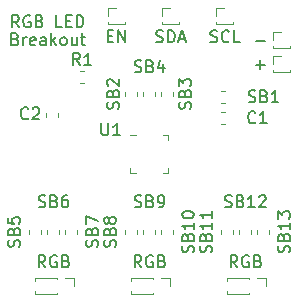
<source format=gbr>
%TF.GenerationSoftware,KiCad,Pcbnew,5.1.6+dfsg1-1~bpo10+1*%
%TF.CreationDate,2020-10-18T13:18:18-04:00*%
%TF.ProjectId,QAZ_rgb_led_breakoutboard,51415a5f-7267-4625-9f6c-65645f627265,v1.0*%
%TF.SameCoordinates,Original*%
%TF.FileFunction,Legend,Top*%
%TF.FilePolarity,Positive*%
%FSLAX46Y46*%
G04 Gerber Fmt 4.6, Leading zero omitted, Abs format (unit mm)*
G04 Created by KiCad (PCBNEW 5.1.6+dfsg1-1~bpo10+1) date 2020-10-18 13:18:18*
%MOMM*%
%LPD*%
G01*
G04 APERTURE LIST*
%ADD10C,0.150000*%
%ADD11C,0.120000*%
G04 APERTURE END LIST*
D10*
X125809714Y-74096571D02*
X125952571Y-74144190D01*
X126000190Y-74191809D01*
X126047809Y-74287047D01*
X126047809Y-74429904D01*
X126000190Y-74525142D01*
X125952571Y-74572761D01*
X125857333Y-74620380D01*
X125476380Y-74620380D01*
X125476380Y-73620380D01*
X125809714Y-73620380D01*
X125904952Y-73668000D01*
X125952571Y-73715619D01*
X126000190Y-73810857D01*
X126000190Y-73906095D01*
X125952571Y-74001333D01*
X125904952Y-74048952D01*
X125809714Y-74096571D01*
X125476380Y-74096571D01*
X126476380Y-74620380D02*
X126476380Y-73953714D01*
X126476380Y-74144190D02*
X126524000Y-74048952D01*
X126571619Y-74001333D01*
X126666857Y-73953714D01*
X126762095Y-73953714D01*
X127476380Y-74572761D02*
X127381142Y-74620380D01*
X127190666Y-74620380D01*
X127095428Y-74572761D01*
X127047809Y-74477523D01*
X127047809Y-74096571D01*
X127095428Y-74001333D01*
X127190666Y-73953714D01*
X127381142Y-73953714D01*
X127476380Y-74001333D01*
X127524000Y-74096571D01*
X127524000Y-74191809D01*
X127047809Y-74287047D01*
X128381142Y-74620380D02*
X128381142Y-74096571D01*
X128333523Y-74001333D01*
X128238285Y-73953714D01*
X128047809Y-73953714D01*
X127952571Y-74001333D01*
X128381142Y-74572761D02*
X128285904Y-74620380D01*
X128047809Y-74620380D01*
X127952571Y-74572761D01*
X127904952Y-74477523D01*
X127904952Y-74382285D01*
X127952571Y-74287047D01*
X128047809Y-74239428D01*
X128285904Y-74239428D01*
X128381142Y-74191809D01*
X128857333Y-74620380D02*
X128857333Y-73620380D01*
X128952571Y-74239428D02*
X129238285Y-74620380D01*
X129238285Y-73953714D02*
X128857333Y-74334666D01*
X129809714Y-74620380D02*
X129714476Y-74572761D01*
X129666857Y-74525142D01*
X129619238Y-74429904D01*
X129619238Y-74144190D01*
X129666857Y-74048952D01*
X129714476Y-74001333D01*
X129809714Y-73953714D01*
X129952571Y-73953714D01*
X130047809Y-74001333D01*
X130095428Y-74048952D01*
X130143047Y-74144190D01*
X130143047Y-74429904D01*
X130095428Y-74525142D01*
X130047809Y-74572761D01*
X129952571Y-74620380D01*
X129809714Y-74620380D01*
X131000190Y-73953714D02*
X131000190Y-74620380D01*
X130571619Y-73953714D02*
X130571619Y-74477523D01*
X130619238Y-74572761D01*
X130714476Y-74620380D01*
X130857333Y-74620380D01*
X130952571Y-74572761D01*
X131000190Y-74525142D01*
X131333523Y-73953714D02*
X131714476Y-73953714D01*
X131476380Y-73620380D02*
X131476380Y-74477523D01*
X131524000Y-74572761D01*
X131619238Y-74620380D01*
X131714476Y-74620380D01*
X126095428Y-73096380D02*
X125762095Y-72620190D01*
X125524000Y-73096380D02*
X125524000Y-72096380D01*
X125904952Y-72096380D01*
X126000190Y-72144000D01*
X126047809Y-72191619D01*
X126095428Y-72286857D01*
X126095428Y-72429714D01*
X126047809Y-72524952D01*
X126000190Y-72572571D01*
X125904952Y-72620190D01*
X125524000Y-72620190D01*
X127047809Y-72144000D02*
X126952571Y-72096380D01*
X126809714Y-72096380D01*
X126666857Y-72144000D01*
X126571619Y-72239238D01*
X126524000Y-72334476D01*
X126476380Y-72524952D01*
X126476380Y-72667809D01*
X126524000Y-72858285D01*
X126571619Y-72953523D01*
X126666857Y-73048761D01*
X126809714Y-73096380D01*
X126904952Y-73096380D01*
X127047809Y-73048761D01*
X127095428Y-73001142D01*
X127095428Y-72667809D01*
X126904952Y-72667809D01*
X127857333Y-72572571D02*
X128000190Y-72620190D01*
X128047809Y-72667809D01*
X128095428Y-72763047D01*
X128095428Y-72905904D01*
X128047809Y-73001142D01*
X128000190Y-73048761D01*
X127904952Y-73096380D01*
X127524000Y-73096380D01*
X127524000Y-72096380D01*
X127857333Y-72096380D01*
X127952571Y-72144000D01*
X128000190Y-72191619D01*
X128047809Y-72286857D01*
X128047809Y-72382095D01*
X128000190Y-72477333D01*
X127952571Y-72524952D01*
X127857333Y-72572571D01*
X127524000Y-72572571D01*
X129762095Y-73096380D02*
X129285904Y-73096380D01*
X129285904Y-72096380D01*
X130095428Y-72572571D02*
X130428761Y-72572571D01*
X130571619Y-73096380D02*
X130095428Y-73096380D01*
X130095428Y-72096380D01*
X130571619Y-72096380D01*
X131000190Y-73096380D02*
X131000190Y-72096380D01*
X131238285Y-72096380D01*
X131381142Y-72144000D01*
X131476380Y-72239238D01*
X131524000Y-72334476D01*
X131571619Y-72524952D01*
X131571619Y-72667809D01*
X131524000Y-72858285D01*
X131476380Y-72953523D01*
X131381142Y-73048761D01*
X131238285Y-73096380D01*
X131000190Y-73096380D01*
X146177047Y-74239428D02*
X146938952Y-74239428D01*
X133627904Y-73842571D02*
X133961238Y-73842571D01*
X134104095Y-74366380D02*
X133627904Y-74366380D01*
X133627904Y-73366380D01*
X134104095Y-73366380D01*
X134532666Y-74366380D02*
X134532666Y-73366380D01*
X135104095Y-74366380D01*
X135104095Y-73366380D01*
X137723714Y-74318761D02*
X137866571Y-74366380D01*
X138104666Y-74366380D01*
X138199904Y-74318761D01*
X138247523Y-74271142D01*
X138295142Y-74175904D01*
X138295142Y-74080666D01*
X138247523Y-73985428D01*
X138199904Y-73937809D01*
X138104666Y-73890190D01*
X137914190Y-73842571D01*
X137818952Y-73794952D01*
X137771333Y-73747333D01*
X137723714Y-73652095D01*
X137723714Y-73556857D01*
X137771333Y-73461619D01*
X137818952Y-73414000D01*
X137914190Y-73366380D01*
X138152285Y-73366380D01*
X138295142Y-73414000D01*
X138723714Y-74366380D02*
X138723714Y-73366380D01*
X138961809Y-73366380D01*
X139104666Y-73414000D01*
X139199904Y-73509238D01*
X139247523Y-73604476D01*
X139295142Y-73794952D01*
X139295142Y-73937809D01*
X139247523Y-74128285D01*
X139199904Y-74223523D01*
X139104666Y-74318761D01*
X138961809Y-74366380D01*
X138723714Y-74366380D01*
X139676095Y-74080666D02*
X140152285Y-74080666D01*
X139580857Y-74366380D02*
X139914190Y-73366380D01*
X140247523Y-74366380D01*
X142319523Y-74318761D02*
X142462380Y-74366380D01*
X142700476Y-74366380D01*
X142795714Y-74318761D01*
X142843333Y-74271142D01*
X142890952Y-74175904D01*
X142890952Y-74080666D01*
X142843333Y-73985428D01*
X142795714Y-73937809D01*
X142700476Y-73890190D01*
X142510000Y-73842571D01*
X142414761Y-73794952D01*
X142367142Y-73747333D01*
X142319523Y-73652095D01*
X142319523Y-73556857D01*
X142367142Y-73461619D01*
X142414761Y-73414000D01*
X142510000Y-73366380D01*
X142748095Y-73366380D01*
X142890952Y-73414000D01*
X143890952Y-74271142D02*
X143843333Y-74318761D01*
X143700476Y-74366380D01*
X143605238Y-74366380D01*
X143462380Y-74318761D01*
X143367142Y-74223523D01*
X143319523Y-74128285D01*
X143271904Y-73937809D01*
X143271904Y-73794952D01*
X143319523Y-73604476D01*
X143367142Y-73509238D01*
X143462380Y-73414000D01*
X143605238Y-73366380D01*
X143700476Y-73366380D01*
X143843333Y-73414000D01*
X143890952Y-73461619D01*
X144795714Y-74366380D02*
X144319523Y-74366380D01*
X144319523Y-73366380D01*
X146177047Y-76271428D02*
X146938952Y-76271428D01*
X146558000Y-76652380D02*
X146558000Y-75890476D01*
X128341523Y-93416380D02*
X128008190Y-92940190D01*
X127770095Y-93416380D02*
X127770095Y-92416380D01*
X128151047Y-92416380D01*
X128246285Y-92464000D01*
X128293904Y-92511619D01*
X128341523Y-92606857D01*
X128341523Y-92749714D01*
X128293904Y-92844952D01*
X128246285Y-92892571D01*
X128151047Y-92940190D01*
X127770095Y-92940190D01*
X129293904Y-92464000D02*
X129198666Y-92416380D01*
X129055809Y-92416380D01*
X128912952Y-92464000D01*
X128817714Y-92559238D01*
X128770095Y-92654476D01*
X128722476Y-92844952D01*
X128722476Y-92987809D01*
X128770095Y-93178285D01*
X128817714Y-93273523D01*
X128912952Y-93368761D01*
X129055809Y-93416380D01*
X129151047Y-93416380D01*
X129293904Y-93368761D01*
X129341523Y-93321142D01*
X129341523Y-92987809D01*
X129151047Y-92987809D01*
X130103428Y-92892571D02*
X130246285Y-92940190D01*
X130293904Y-92987809D01*
X130341523Y-93083047D01*
X130341523Y-93225904D01*
X130293904Y-93321142D01*
X130246285Y-93368761D01*
X130151047Y-93416380D01*
X129770095Y-93416380D01*
X129770095Y-92416380D01*
X130103428Y-92416380D01*
X130198666Y-92464000D01*
X130246285Y-92511619D01*
X130293904Y-92606857D01*
X130293904Y-92702095D01*
X130246285Y-92797333D01*
X130198666Y-92844952D01*
X130103428Y-92892571D01*
X129770095Y-92892571D01*
X136469523Y-93416380D02*
X136136190Y-92940190D01*
X135898095Y-93416380D02*
X135898095Y-92416380D01*
X136279047Y-92416380D01*
X136374285Y-92464000D01*
X136421904Y-92511619D01*
X136469523Y-92606857D01*
X136469523Y-92749714D01*
X136421904Y-92844952D01*
X136374285Y-92892571D01*
X136279047Y-92940190D01*
X135898095Y-92940190D01*
X137421904Y-92464000D02*
X137326666Y-92416380D01*
X137183809Y-92416380D01*
X137040952Y-92464000D01*
X136945714Y-92559238D01*
X136898095Y-92654476D01*
X136850476Y-92844952D01*
X136850476Y-92987809D01*
X136898095Y-93178285D01*
X136945714Y-93273523D01*
X137040952Y-93368761D01*
X137183809Y-93416380D01*
X137279047Y-93416380D01*
X137421904Y-93368761D01*
X137469523Y-93321142D01*
X137469523Y-92987809D01*
X137279047Y-92987809D01*
X138231428Y-92892571D02*
X138374285Y-92940190D01*
X138421904Y-92987809D01*
X138469523Y-93083047D01*
X138469523Y-93225904D01*
X138421904Y-93321142D01*
X138374285Y-93368761D01*
X138279047Y-93416380D01*
X137898095Y-93416380D01*
X137898095Y-92416380D01*
X138231428Y-92416380D01*
X138326666Y-92464000D01*
X138374285Y-92511619D01*
X138421904Y-92606857D01*
X138421904Y-92702095D01*
X138374285Y-92797333D01*
X138326666Y-92844952D01*
X138231428Y-92892571D01*
X137898095Y-92892571D01*
X144597523Y-93416380D02*
X144264190Y-92940190D01*
X144026095Y-93416380D02*
X144026095Y-92416380D01*
X144407047Y-92416380D01*
X144502285Y-92464000D01*
X144549904Y-92511619D01*
X144597523Y-92606857D01*
X144597523Y-92749714D01*
X144549904Y-92844952D01*
X144502285Y-92892571D01*
X144407047Y-92940190D01*
X144026095Y-92940190D01*
X145549904Y-92464000D02*
X145454666Y-92416380D01*
X145311809Y-92416380D01*
X145168952Y-92464000D01*
X145073714Y-92559238D01*
X145026095Y-92654476D01*
X144978476Y-92844952D01*
X144978476Y-92987809D01*
X145026095Y-93178285D01*
X145073714Y-93273523D01*
X145168952Y-93368761D01*
X145311809Y-93416380D01*
X145407047Y-93416380D01*
X145549904Y-93368761D01*
X145597523Y-93321142D01*
X145597523Y-92987809D01*
X145407047Y-92987809D01*
X146359428Y-92892571D02*
X146502285Y-92940190D01*
X146549904Y-92987809D01*
X146597523Y-93083047D01*
X146597523Y-93225904D01*
X146549904Y-93321142D01*
X146502285Y-93368761D01*
X146407047Y-93416380D01*
X146026095Y-93416380D01*
X146026095Y-92416380D01*
X146359428Y-92416380D01*
X146454666Y-92464000D01*
X146502285Y-92511619D01*
X146549904Y-92606857D01*
X146549904Y-92702095D01*
X146502285Y-92797333D01*
X146454666Y-92844952D01*
X146359428Y-92892571D01*
X146026095Y-92892571D01*
D11*
%TO.C,SB13*%
X147322000Y-90252733D02*
X147322000Y-90595267D01*
X146302000Y-90252733D02*
X146302000Y-90595267D01*
%TO.C,SB12*%
X145798000Y-90252733D02*
X145798000Y-90595267D01*
X144778000Y-90252733D02*
X144778000Y-90595267D01*
%TO.C,SB11*%
X144274000Y-90252733D02*
X144274000Y-90595267D01*
X143254000Y-90252733D02*
X143254000Y-90595267D01*
%TO.C,SB10*%
X139194000Y-90252733D02*
X139194000Y-90595267D01*
X138174000Y-90252733D02*
X138174000Y-90595267D01*
%TO.C,SB9*%
X136650000Y-90252733D02*
X136650000Y-90595267D01*
X137670000Y-90252733D02*
X137670000Y-90595267D01*
%TO.C,SB8*%
X136146000Y-90252733D02*
X136146000Y-90595267D01*
X135126000Y-90252733D02*
X135126000Y-90595267D01*
%TO.C,SB7*%
X131066000Y-90252733D02*
X131066000Y-90595267D01*
X130046000Y-90252733D02*
X130046000Y-90595267D01*
%TO.C,SB6*%
X129542000Y-90252733D02*
X129542000Y-90595267D01*
X128522000Y-90252733D02*
X128522000Y-90595267D01*
%TO.C,SB5*%
X128018000Y-90252733D02*
X128018000Y-90595267D01*
X126998000Y-90252733D02*
X126998000Y-90595267D01*
%TO.C,J8*%
X143744000Y-94301000D02*
X143744000Y-94601507D01*
X143744000Y-95390493D02*
X143744000Y-95691000D01*
X145619000Y-94301000D02*
X143744000Y-94301000D01*
X145619000Y-95691000D02*
X143744000Y-95691000D01*
X145619000Y-94301000D02*
X145619000Y-94387724D01*
X145619000Y-95604276D02*
X145619000Y-95691000D01*
X146304000Y-94301000D02*
X146989000Y-94301000D01*
X146989000Y-94301000D02*
X146989000Y-94996000D01*
%TO.C,J7*%
X135616000Y-94301000D02*
X135616000Y-94601507D01*
X135616000Y-95390493D02*
X135616000Y-95691000D01*
X137491000Y-94301000D02*
X135616000Y-94301000D01*
X137491000Y-95691000D02*
X135616000Y-95691000D01*
X137491000Y-94301000D02*
X137491000Y-94387724D01*
X137491000Y-95604276D02*
X137491000Y-95691000D01*
X138176000Y-94301000D02*
X138861000Y-94301000D01*
X138861000Y-94301000D02*
X138861000Y-94996000D01*
%TO.C,J6*%
X127488000Y-94301000D02*
X127488000Y-94601507D01*
X127488000Y-95390493D02*
X127488000Y-95691000D01*
X129363000Y-94301000D02*
X127488000Y-94301000D01*
X129363000Y-95691000D02*
X127488000Y-95691000D01*
X129363000Y-94301000D02*
X129363000Y-94387724D01*
X129363000Y-95604276D02*
X129363000Y-95691000D01*
X130048000Y-94301000D02*
X130733000Y-94301000D01*
X130733000Y-94301000D02*
X130733000Y-94996000D01*
%TO.C,C1*%
X143211733Y-80252000D02*
X143554267Y-80252000D01*
X143211733Y-81272000D02*
X143554267Y-81272000D01*
%TO.C,C2*%
X129415000Y-80689267D02*
X129415000Y-80346733D01*
X128395000Y-80689267D02*
X128395000Y-80346733D01*
%TO.C,J1*%
X147641000Y-75515000D02*
X148336000Y-75515000D01*
X147641000Y-76200000D02*
X147641000Y-75515000D01*
X148944276Y-76885000D02*
X149031000Y-76885000D01*
X147641000Y-76885000D02*
X147727724Y-76885000D01*
X149031000Y-76885000D02*
X149031000Y-76760000D01*
X147641000Y-76885000D02*
X147641000Y-76760000D01*
X147641000Y-76885000D02*
X149031000Y-76885000D01*
%TO.C,J2*%
X133671000Y-71451000D02*
X134366000Y-71451000D01*
X133671000Y-72136000D02*
X133671000Y-71451000D01*
X134974276Y-72821000D02*
X135061000Y-72821000D01*
X133671000Y-72821000D02*
X133757724Y-72821000D01*
X135061000Y-72821000D02*
X135061000Y-72696000D01*
X133671000Y-72821000D02*
X133671000Y-72696000D01*
X133671000Y-72821000D02*
X135061000Y-72821000D01*
%TO.C,J3*%
X138243000Y-71451000D02*
X138938000Y-71451000D01*
X138243000Y-72136000D02*
X138243000Y-71451000D01*
X139546276Y-72821000D02*
X139633000Y-72821000D01*
X138243000Y-72821000D02*
X138329724Y-72821000D01*
X139633000Y-72821000D02*
X139633000Y-72696000D01*
X138243000Y-72821000D02*
X138243000Y-72696000D01*
X138243000Y-72821000D02*
X139633000Y-72821000D01*
%TO.C,J4*%
X142815000Y-72821000D02*
X144205000Y-72821000D01*
X142815000Y-72821000D02*
X142815000Y-72696000D01*
X144205000Y-72821000D02*
X144205000Y-72696000D01*
X142815000Y-72821000D02*
X142901724Y-72821000D01*
X144118276Y-72821000D02*
X144205000Y-72821000D01*
X142815000Y-72136000D02*
X142815000Y-71451000D01*
X142815000Y-71451000D02*
X143510000Y-71451000D01*
%TO.C,J5*%
X147641000Y-74853000D02*
X149031000Y-74853000D01*
X147641000Y-74853000D02*
X147641000Y-74728000D01*
X149031000Y-74853000D02*
X149031000Y-74728000D01*
X147641000Y-74853000D02*
X147727724Y-74853000D01*
X148944276Y-74853000D02*
X149031000Y-74853000D01*
X147641000Y-74168000D02*
X147641000Y-73483000D01*
X147641000Y-73483000D02*
X148336000Y-73483000D01*
%TO.C,R1*%
X131616267Y-76833000D02*
X131273733Y-76833000D01*
X131616267Y-77853000D02*
X131273733Y-77853000D01*
%TO.C,SB1*%
X143549267Y-79504000D02*
X143206733Y-79504000D01*
X143549267Y-78484000D02*
X143206733Y-78484000D01*
%TO.C,SB2*%
X135126000Y-78568733D02*
X135126000Y-78911267D01*
X136146000Y-78568733D02*
X136146000Y-78911267D01*
%TO.C,SB3*%
X139194000Y-78568733D02*
X139194000Y-78911267D01*
X138174000Y-78568733D02*
X138174000Y-78911267D01*
%TO.C,SB4*%
X136650000Y-78568733D02*
X136650000Y-78911267D01*
X137670000Y-78568733D02*
X137670000Y-78911267D01*
%TO.C,U1*%
X138320000Y-85430000D02*
X138770000Y-85430000D01*
X136000000Y-85430000D02*
X135550000Y-85430000D01*
X138770000Y-82210000D02*
X138770000Y-82660000D01*
X136000000Y-82210000D02*
X135550000Y-82210000D01*
X138770000Y-85430000D02*
X138770000Y-84980000D01*
X135550000Y-85430000D02*
X135550000Y-84980000D01*
X138320000Y-82210000D02*
X138770000Y-82210000D01*
%TO.C,SB13*%
D10*
X148994761Y-92162095D02*
X149042380Y-92019238D01*
X149042380Y-91781142D01*
X148994761Y-91685904D01*
X148947142Y-91638285D01*
X148851904Y-91590666D01*
X148756666Y-91590666D01*
X148661428Y-91638285D01*
X148613809Y-91685904D01*
X148566190Y-91781142D01*
X148518571Y-91971619D01*
X148470952Y-92066857D01*
X148423333Y-92114476D01*
X148328095Y-92162095D01*
X148232857Y-92162095D01*
X148137619Y-92114476D01*
X148090000Y-92066857D01*
X148042380Y-91971619D01*
X148042380Y-91733523D01*
X148090000Y-91590666D01*
X148518571Y-90828761D02*
X148566190Y-90685904D01*
X148613809Y-90638285D01*
X148709047Y-90590666D01*
X148851904Y-90590666D01*
X148947142Y-90638285D01*
X148994761Y-90685904D01*
X149042380Y-90781142D01*
X149042380Y-91162095D01*
X148042380Y-91162095D01*
X148042380Y-90828761D01*
X148090000Y-90733523D01*
X148137619Y-90685904D01*
X148232857Y-90638285D01*
X148328095Y-90638285D01*
X148423333Y-90685904D01*
X148470952Y-90733523D01*
X148518571Y-90828761D01*
X148518571Y-91162095D01*
X149042380Y-89638285D02*
X149042380Y-90209714D01*
X149042380Y-89924000D02*
X148042380Y-89924000D01*
X148185238Y-90019238D01*
X148280476Y-90114476D01*
X148328095Y-90209714D01*
X148042380Y-89304952D02*
X148042380Y-88685904D01*
X148423333Y-89019238D01*
X148423333Y-88876380D01*
X148470952Y-88781142D01*
X148518571Y-88733523D01*
X148613809Y-88685904D01*
X148851904Y-88685904D01*
X148947142Y-88733523D01*
X148994761Y-88781142D01*
X149042380Y-88876380D01*
X149042380Y-89162095D01*
X148994761Y-89257333D01*
X148947142Y-89304952D01*
%TO.C,SB12*%
X143549904Y-88288761D02*
X143692761Y-88336380D01*
X143930857Y-88336380D01*
X144026095Y-88288761D01*
X144073714Y-88241142D01*
X144121333Y-88145904D01*
X144121333Y-88050666D01*
X144073714Y-87955428D01*
X144026095Y-87907809D01*
X143930857Y-87860190D01*
X143740380Y-87812571D01*
X143645142Y-87764952D01*
X143597523Y-87717333D01*
X143549904Y-87622095D01*
X143549904Y-87526857D01*
X143597523Y-87431619D01*
X143645142Y-87384000D01*
X143740380Y-87336380D01*
X143978476Y-87336380D01*
X144121333Y-87384000D01*
X144883238Y-87812571D02*
X145026095Y-87860190D01*
X145073714Y-87907809D01*
X145121333Y-88003047D01*
X145121333Y-88145904D01*
X145073714Y-88241142D01*
X145026095Y-88288761D01*
X144930857Y-88336380D01*
X144549904Y-88336380D01*
X144549904Y-87336380D01*
X144883238Y-87336380D01*
X144978476Y-87384000D01*
X145026095Y-87431619D01*
X145073714Y-87526857D01*
X145073714Y-87622095D01*
X145026095Y-87717333D01*
X144978476Y-87764952D01*
X144883238Y-87812571D01*
X144549904Y-87812571D01*
X146073714Y-88336380D02*
X145502285Y-88336380D01*
X145788000Y-88336380D02*
X145788000Y-87336380D01*
X145692761Y-87479238D01*
X145597523Y-87574476D01*
X145502285Y-87622095D01*
X146454666Y-87431619D02*
X146502285Y-87384000D01*
X146597523Y-87336380D01*
X146835619Y-87336380D01*
X146930857Y-87384000D01*
X146978476Y-87431619D01*
X147026095Y-87526857D01*
X147026095Y-87622095D01*
X146978476Y-87764952D01*
X146407047Y-88336380D01*
X147026095Y-88336380D01*
%TO.C,SB11*%
X142390761Y-92162095D02*
X142438380Y-92019238D01*
X142438380Y-91781142D01*
X142390761Y-91685904D01*
X142343142Y-91638285D01*
X142247904Y-91590666D01*
X142152666Y-91590666D01*
X142057428Y-91638285D01*
X142009809Y-91685904D01*
X141962190Y-91781142D01*
X141914571Y-91971619D01*
X141866952Y-92066857D01*
X141819333Y-92114476D01*
X141724095Y-92162095D01*
X141628857Y-92162095D01*
X141533619Y-92114476D01*
X141486000Y-92066857D01*
X141438380Y-91971619D01*
X141438380Y-91733523D01*
X141486000Y-91590666D01*
X141914571Y-90828761D02*
X141962190Y-90685904D01*
X142009809Y-90638285D01*
X142105047Y-90590666D01*
X142247904Y-90590666D01*
X142343142Y-90638285D01*
X142390761Y-90685904D01*
X142438380Y-90781142D01*
X142438380Y-91162095D01*
X141438380Y-91162095D01*
X141438380Y-90828761D01*
X141486000Y-90733523D01*
X141533619Y-90685904D01*
X141628857Y-90638285D01*
X141724095Y-90638285D01*
X141819333Y-90685904D01*
X141866952Y-90733523D01*
X141914571Y-90828761D01*
X141914571Y-91162095D01*
X142438380Y-89638285D02*
X142438380Y-90209714D01*
X142438380Y-89924000D02*
X141438380Y-89924000D01*
X141581238Y-90019238D01*
X141676476Y-90114476D01*
X141724095Y-90209714D01*
X142438380Y-88685904D02*
X142438380Y-89257333D01*
X142438380Y-88971619D02*
X141438380Y-88971619D01*
X141581238Y-89066857D01*
X141676476Y-89162095D01*
X141724095Y-89257333D01*
%TO.C,SB10*%
X140866761Y-92162095D02*
X140914380Y-92019238D01*
X140914380Y-91781142D01*
X140866761Y-91685904D01*
X140819142Y-91638285D01*
X140723904Y-91590666D01*
X140628666Y-91590666D01*
X140533428Y-91638285D01*
X140485809Y-91685904D01*
X140438190Y-91781142D01*
X140390571Y-91971619D01*
X140342952Y-92066857D01*
X140295333Y-92114476D01*
X140200095Y-92162095D01*
X140104857Y-92162095D01*
X140009619Y-92114476D01*
X139962000Y-92066857D01*
X139914380Y-91971619D01*
X139914380Y-91733523D01*
X139962000Y-91590666D01*
X140390571Y-90828761D02*
X140438190Y-90685904D01*
X140485809Y-90638285D01*
X140581047Y-90590666D01*
X140723904Y-90590666D01*
X140819142Y-90638285D01*
X140866761Y-90685904D01*
X140914380Y-90781142D01*
X140914380Y-91162095D01*
X139914380Y-91162095D01*
X139914380Y-90828761D01*
X139962000Y-90733523D01*
X140009619Y-90685904D01*
X140104857Y-90638285D01*
X140200095Y-90638285D01*
X140295333Y-90685904D01*
X140342952Y-90733523D01*
X140390571Y-90828761D01*
X140390571Y-91162095D01*
X140914380Y-89638285D02*
X140914380Y-90209714D01*
X140914380Y-89924000D02*
X139914380Y-89924000D01*
X140057238Y-90019238D01*
X140152476Y-90114476D01*
X140200095Y-90209714D01*
X139914380Y-89019238D02*
X139914380Y-88924000D01*
X139962000Y-88828761D01*
X140009619Y-88781142D01*
X140104857Y-88733523D01*
X140295333Y-88685904D01*
X140533428Y-88685904D01*
X140723904Y-88733523D01*
X140819142Y-88781142D01*
X140866761Y-88828761D01*
X140914380Y-88924000D01*
X140914380Y-89019238D01*
X140866761Y-89114476D01*
X140819142Y-89162095D01*
X140723904Y-89209714D01*
X140533428Y-89257333D01*
X140295333Y-89257333D01*
X140104857Y-89209714D01*
X140009619Y-89162095D01*
X139962000Y-89114476D01*
X139914380Y-89019238D01*
%TO.C,SB9*%
X135898095Y-88288761D02*
X136040952Y-88336380D01*
X136279047Y-88336380D01*
X136374285Y-88288761D01*
X136421904Y-88241142D01*
X136469523Y-88145904D01*
X136469523Y-88050666D01*
X136421904Y-87955428D01*
X136374285Y-87907809D01*
X136279047Y-87860190D01*
X136088571Y-87812571D01*
X135993333Y-87764952D01*
X135945714Y-87717333D01*
X135898095Y-87622095D01*
X135898095Y-87526857D01*
X135945714Y-87431619D01*
X135993333Y-87384000D01*
X136088571Y-87336380D01*
X136326666Y-87336380D01*
X136469523Y-87384000D01*
X137231428Y-87812571D02*
X137374285Y-87860190D01*
X137421904Y-87907809D01*
X137469523Y-88003047D01*
X137469523Y-88145904D01*
X137421904Y-88241142D01*
X137374285Y-88288761D01*
X137279047Y-88336380D01*
X136898095Y-88336380D01*
X136898095Y-87336380D01*
X137231428Y-87336380D01*
X137326666Y-87384000D01*
X137374285Y-87431619D01*
X137421904Y-87526857D01*
X137421904Y-87622095D01*
X137374285Y-87717333D01*
X137326666Y-87764952D01*
X137231428Y-87812571D01*
X136898095Y-87812571D01*
X137945714Y-88336380D02*
X138136190Y-88336380D01*
X138231428Y-88288761D01*
X138279047Y-88241142D01*
X138374285Y-88098285D01*
X138421904Y-87907809D01*
X138421904Y-87526857D01*
X138374285Y-87431619D01*
X138326666Y-87384000D01*
X138231428Y-87336380D01*
X138040952Y-87336380D01*
X137945714Y-87384000D01*
X137898095Y-87431619D01*
X137850476Y-87526857D01*
X137850476Y-87764952D01*
X137898095Y-87860190D01*
X137945714Y-87907809D01*
X138040952Y-87955428D01*
X138231428Y-87955428D01*
X138326666Y-87907809D01*
X138374285Y-87860190D01*
X138421904Y-87764952D01*
%TO.C,SB8*%
X134262761Y-91685904D02*
X134310380Y-91543047D01*
X134310380Y-91304952D01*
X134262761Y-91209714D01*
X134215142Y-91162095D01*
X134119904Y-91114476D01*
X134024666Y-91114476D01*
X133929428Y-91162095D01*
X133881809Y-91209714D01*
X133834190Y-91304952D01*
X133786571Y-91495428D01*
X133738952Y-91590666D01*
X133691333Y-91638285D01*
X133596095Y-91685904D01*
X133500857Y-91685904D01*
X133405619Y-91638285D01*
X133358000Y-91590666D01*
X133310380Y-91495428D01*
X133310380Y-91257333D01*
X133358000Y-91114476D01*
X133786571Y-90352571D02*
X133834190Y-90209714D01*
X133881809Y-90162095D01*
X133977047Y-90114476D01*
X134119904Y-90114476D01*
X134215142Y-90162095D01*
X134262761Y-90209714D01*
X134310380Y-90304952D01*
X134310380Y-90685904D01*
X133310380Y-90685904D01*
X133310380Y-90352571D01*
X133358000Y-90257333D01*
X133405619Y-90209714D01*
X133500857Y-90162095D01*
X133596095Y-90162095D01*
X133691333Y-90209714D01*
X133738952Y-90257333D01*
X133786571Y-90352571D01*
X133786571Y-90685904D01*
X133738952Y-89543047D02*
X133691333Y-89638285D01*
X133643714Y-89685904D01*
X133548476Y-89733523D01*
X133500857Y-89733523D01*
X133405619Y-89685904D01*
X133358000Y-89638285D01*
X133310380Y-89543047D01*
X133310380Y-89352571D01*
X133358000Y-89257333D01*
X133405619Y-89209714D01*
X133500857Y-89162095D01*
X133548476Y-89162095D01*
X133643714Y-89209714D01*
X133691333Y-89257333D01*
X133738952Y-89352571D01*
X133738952Y-89543047D01*
X133786571Y-89638285D01*
X133834190Y-89685904D01*
X133929428Y-89733523D01*
X134119904Y-89733523D01*
X134215142Y-89685904D01*
X134262761Y-89638285D01*
X134310380Y-89543047D01*
X134310380Y-89352571D01*
X134262761Y-89257333D01*
X134215142Y-89209714D01*
X134119904Y-89162095D01*
X133929428Y-89162095D01*
X133834190Y-89209714D01*
X133786571Y-89257333D01*
X133738952Y-89352571D01*
%TO.C,SB7*%
X132738761Y-91685904D02*
X132786380Y-91543047D01*
X132786380Y-91304952D01*
X132738761Y-91209714D01*
X132691142Y-91162095D01*
X132595904Y-91114476D01*
X132500666Y-91114476D01*
X132405428Y-91162095D01*
X132357809Y-91209714D01*
X132310190Y-91304952D01*
X132262571Y-91495428D01*
X132214952Y-91590666D01*
X132167333Y-91638285D01*
X132072095Y-91685904D01*
X131976857Y-91685904D01*
X131881619Y-91638285D01*
X131834000Y-91590666D01*
X131786380Y-91495428D01*
X131786380Y-91257333D01*
X131834000Y-91114476D01*
X132262571Y-90352571D02*
X132310190Y-90209714D01*
X132357809Y-90162095D01*
X132453047Y-90114476D01*
X132595904Y-90114476D01*
X132691142Y-90162095D01*
X132738761Y-90209714D01*
X132786380Y-90304952D01*
X132786380Y-90685904D01*
X131786380Y-90685904D01*
X131786380Y-90352571D01*
X131834000Y-90257333D01*
X131881619Y-90209714D01*
X131976857Y-90162095D01*
X132072095Y-90162095D01*
X132167333Y-90209714D01*
X132214952Y-90257333D01*
X132262571Y-90352571D01*
X132262571Y-90685904D01*
X131786380Y-89781142D02*
X131786380Y-89114476D01*
X132786380Y-89543047D01*
%TO.C,SB6*%
X127770095Y-88288761D02*
X127912952Y-88336380D01*
X128151047Y-88336380D01*
X128246285Y-88288761D01*
X128293904Y-88241142D01*
X128341523Y-88145904D01*
X128341523Y-88050666D01*
X128293904Y-87955428D01*
X128246285Y-87907809D01*
X128151047Y-87860190D01*
X127960571Y-87812571D01*
X127865333Y-87764952D01*
X127817714Y-87717333D01*
X127770095Y-87622095D01*
X127770095Y-87526857D01*
X127817714Y-87431619D01*
X127865333Y-87384000D01*
X127960571Y-87336380D01*
X128198666Y-87336380D01*
X128341523Y-87384000D01*
X129103428Y-87812571D02*
X129246285Y-87860190D01*
X129293904Y-87907809D01*
X129341523Y-88003047D01*
X129341523Y-88145904D01*
X129293904Y-88241142D01*
X129246285Y-88288761D01*
X129151047Y-88336380D01*
X128770095Y-88336380D01*
X128770095Y-87336380D01*
X129103428Y-87336380D01*
X129198666Y-87384000D01*
X129246285Y-87431619D01*
X129293904Y-87526857D01*
X129293904Y-87622095D01*
X129246285Y-87717333D01*
X129198666Y-87764952D01*
X129103428Y-87812571D01*
X128770095Y-87812571D01*
X130198666Y-87336380D02*
X130008190Y-87336380D01*
X129912952Y-87384000D01*
X129865333Y-87431619D01*
X129770095Y-87574476D01*
X129722476Y-87764952D01*
X129722476Y-88145904D01*
X129770095Y-88241142D01*
X129817714Y-88288761D01*
X129912952Y-88336380D01*
X130103428Y-88336380D01*
X130198666Y-88288761D01*
X130246285Y-88241142D01*
X130293904Y-88145904D01*
X130293904Y-87907809D01*
X130246285Y-87812571D01*
X130198666Y-87764952D01*
X130103428Y-87717333D01*
X129912952Y-87717333D01*
X129817714Y-87764952D01*
X129770095Y-87812571D01*
X129722476Y-87907809D01*
%TO.C,SB5*%
X126134761Y-91685904D02*
X126182380Y-91543047D01*
X126182380Y-91304952D01*
X126134761Y-91209714D01*
X126087142Y-91162095D01*
X125991904Y-91114476D01*
X125896666Y-91114476D01*
X125801428Y-91162095D01*
X125753809Y-91209714D01*
X125706190Y-91304952D01*
X125658571Y-91495428D01*
X125610952Y-91590666D01*
X125563333Y-91638285D01*
X125468095Y-91685904D01*
X125372857Y-91685904D01*
X125277619Y-91638285D01*
X125230000Y-91590666D01*
X125182380Y-91495428D01*
X125182380Y-91257333D01*
X125230000Y-91114476D01*
X125658571Y-90352571D02*
X125706190Y-90209714D01*
X125753809Y-90162095D01*
X125849047Y-90114476D01*
X125991904Y-90114476D01*
X126087142Y-90162095D01*
X126134761Y-90209714D01*
X126182380Y-90304952D01*
X126182380Y-90685904D01*
X125182380Y-90685904D01*
X125182380Y-90352571D01*
X125230000Y-90257333D01*
X125277619Y-90209714D01*
X125372857Y-90162095D01*
X125468095Y-90162095D01*
X125563333Y-90209714D01*
X125610952Y-90257333D01*
X125658571Y-90352571D01*
X125658571Y-90685904D01*
X125182380Y-89209714D02*
X125182380Y-89685904D01*
X125658571Y-89733523D01*
X125610952Y-89685904D01*
X125563333Y-89590666D01*
X125563333Y-89352571D01*
X125610952Y-89257333D01*
X125658571Y-89209714D01*
X125753809Y-89162095D01*
X125991904Y-89162095D01*
X126087142Y-89209714D01*
X126134761Y-89257333D01*
X126182380Y-89352571D01*
X126182380Y-89590666D01*
X126134761Y-89685904D01*
X126087142Y-89733523D01*
%TO.C,C1*%
X146137333Y-81129142D02*
X146089714Y-81176761D01*
X145946857Y-81224380D01*
X145851619Y-81224380D01*
X145708761Y-81176761D01*
X145613523Y-81081523D01*
X145565904Y-80986285D01*
X145518285Y-80795809D01*
X145518285Y-80652952D01*
X145565904Y-80462476D01*
X145613523Y-80367238D01*
X145708761Y-80272000D01*
X145851619Y-80224380D01*
X145946857Y-80224380D01*
X146089714Y-80272000D01*
X146137333Y-80319619D01*
X147089714Y-81224380D02*
X146518285Y-81224380D01*
X146804000Y-81224380D02*
X146804000Y-80224380D01*
X146708761Y-80367238D01*
X146613523Y-80462476D01*
X146518285Y-80510095D01*
%TO.C,C2*%
X126893333Y-80795142D02*
X126845714Y-80842761D01*
X126702857Y-80890380D01*
X126607619Y-80890380D01*
X126464761Y-80842761D01*
X126369523Y-80747523D01*
X126321904Y-80652285D01*
X126274285Y-80461809D01*
X126274285Y-80318952D01*
X126321904Y-80128476D01*
X126369523Y-80033238D01*
X126464761Y-79938000D01*
X126607619Y-79890380D01*
X126702857Y-79890380D01*
X126845714Y-79938000D01*
X126893333Y-79985619D01*
X127274285Y-79985619D02*
X127321904Y-79938000D01*
X127417142Y-79890380D01*
X127655238Y-79890380D01*
X127750476Y-79938000D01*
X127798095Y-79985619D01*
X127845714Y-80080857D01*
X127845714Y-80176095D01*
X127798095Y-80318952D01*
X127226666Y-80890380D01*
X127845714Y-80890380D01*
%TO.C,R1*%
X131278333Y-76290380D02*
X130945000Y-75814190D01*
X130706904Y-76290380D02*
X130706904Y-75290380D01*
X131087857Y-75290380D01*
X131183095Y-75338000D01*
X131230714Y-75385619D01*
X131278333Y-75480857D01*
X131278333Y-75623714D01*
X131230714Y-75718952D01*
X131183095Y-75766571D01*
X131087857Y-75814190D01*
X130706904Y-75814190D01*
X132230714Y-76290380D02*
X131659285Y-76290380D01*
X131945000Y-76290380D02*
X131945000Y-75290380D01*
X131849761Y-75433238D01*
X131754523Y-75528476D01*
X131659285Y-75576095D01*
%TO.C,SB1*%
X145550095Y-79398761D02*
X145692952Y-79446380D01*
X145931047Y-79446380D01*
X146026285Y-79398761D01*
X146073904Y-79351142D01*
X146121523Y-79255904D01*
X146121523Y-79160666D01*
X146073904Y-79065428D01*
X146026285Y-79017809D01*
X145931047Y-78970190D01*
X145740571Y-78922571D01*
X145645333Y-78874952D01*
X145597714Y-78827333D01*
X145550095Y-78732095D01*
X145550095Y-78636857D01*
X145597714Y-78541619D01*
X145645333Y-78494000D01*
X145740571Y-78446380D01*
X145978666Y-78446380D01*
X146121523Y-78494000D01*
X146883428Y-78922571D02*
X147026285Y-78970190D01*
X147073904Y-79017809D01*
X147121523Y-79113047D01*
X147121523Y-79255904D01*
X147073904Y-79351142D01*
X147026285Y-79398761D01*
X146931047Y-79446380D01*
X146550095Y-79446380D01*
X146550095Y-78446380D01*
X146883428Y-78446380D01*
X146978666Y-78494000D01*
X147026285Y-78541619D01*
X147073904Y-78636857D01*
X147073904Y-78732095D01*
X147026285Y-78827333D01*
X146978666Y-78874952D01*
X146883428Y-78922571D01*
X146550095Y-78922571D01*
X148073904Y-79446380D02*
X147502476Y-79446380D01*
X147788190Y-79446380D02*
X147788190Y-78446380D01*
X147692952Y-78589238D01*
X147597714Y-78684476D01*
X147502476Y-78732095D01*
%TO.C,SB2*%
X134516761Y-80001904D02*
X134564380Y-79859047D01*
X134564380Y-79620952D01*
X134516761Y-79525714D01*
X134469142Y-79478095D01*
X134373904Y-79430476D01*
X134278666Y-79430476D01*
X134183428Y-79478095D01*
X134135809Y-79525714D01*
X134088190Y-79620952D01*
X134040571Y-79811428D01*
X133992952Y-79906666D01*
X133945333Y-79954285D01*
X133850095Y-80001904D01*
X133754857Y-80001904D01*
X133659619Y-79954285D01*
X133612000Y-79906666D01*
X133564380Y-79811428D01*
X133564380Y-79573333D01*
X133612000Y-79430476D01*
X134040571Y-78668571D02*
X134088190Y-78525714D01*
X134135809Y-78478095D01*
X134231047Y-78430476D01*
X134373904Y-78430476D01*
X134469142Y-78478095D01*
X134516761Y-78525714D01*
X134564380Y-78620952D01*
X134564380Y-79001904D01*
X133564380Y-79001904D01*
X133564380Y-78668571D01*
X133612000Y-78573333D01*
X133659619Y-78525714D01*
X133754857Y-78478095D01*
X133850095Y-78478095D01*
X133945333Y-78525714D01*
X133992952Y-78573333D01*
X134040571Y-78668571D01*
X134040571Y-79001904D01*
X133659619Y-78049523D02*
X133612000Y-78001904D01*
X133564380Y-77906666D01*
X133564380Y-77668571D01*
X133612000Y-77573333D01*
X133659619Y-77525714D01*
X133754857Y-77478095D01*
X133850095Y-77478095D01*
X133992952Y-77525714D01*
X134564380Y-78097142D01*
X134564380Y-77478095D01*
%TO.C,SB3*%
X140612761Y-80001904D02*
X140660380Y-79859047D01*
X140660380Y-79620952D01*
X140612761Y-79525714D01*
X140565142Y-79478095D01*
X140469904Y-79430476D01*
X140374666Y-79430476D01*
X140279428Y-79478095D01*
X140231809Y-79525714D01*
X140184190Y-79620952D01*
X140136571Y-79811428D01*
X140088952Y-79906666D01*
X140041333Y-79954285D01*
X139946095Y-80001904D01*
X139850857Y-80001904D01*
X139755619Y-79954285D01*
X139708000Y-79906666D01*
X139660380Y-79811428D01*
X139660380Y-79573333D01*
X139708000Y-79430476D01*
X140136571Y-78668571D02*
X140184190Y-78525714D01*
X140231809Y-78478095D01*
X140327047Y-78430476D01*
X140469904Y-78430476D01*
X140565142Y-78478095D01*
X140612761Y-78525714D01*
X140660380Y-78620952D01*
X140660380Y-79001904D01*
X139660380Y-79001904D01*
X139660380Y-78668571D01*
X139708000Y-78573333D01*
X139755619Y-78525714D01*
X139850857Y-78478095D01*
X139946095Y-78478095D01*
X140041333Y-78525714D01*
X140088952Y-78573333D01*
X140136571Y-78668571D01*
X140136571Y-79001904D01*
X139660380Y-78097142D02*
X139660380Y-77478095D01*
X140041333Y-77811428D01*
X140041333Y-77668571D01*
X140088952Y-77573333D01*
X140136571Y-77525714D01*
X140231809Y-77478095D01*
X140469904Y-77478095D01*
X140565142Y-77525714D01*
X140612761Y-77573333D01*
X140660380Y-77668571D01*
X140660380Y-77954285D01*
X140612761Y-78049523D01*
X140565142Y-78097142D01*
%TO.C,SB4*%
X135898095Y-76858761D02*
X136040952Y-76906380D01*
X136279047Y-76906380D01*
X136374285Y-76858761D01*
X136421904Y-76811142D01*
X136469523Y-76715904D01*
X136469523Y-76620666D01*
X136421904Y-76525428D01*
X136374285Y-76477809D01*
X136279047Y-76430190D01*
X136088571Y-76382571D01*
X135993333Y-76334952D01*
X135945714Y-76287333D01*
X135898095Y-76192095D01*
X135898095Y-76096857D01*
X135945714Y-76001619D01*
X135993333Y-75954000D01*
X136088571Y-75906380D01*
X136326666Y-75906380D01*
X136469523Y-75954000D01*
X137231428Y-76382571D02*
X137374285Y-76430190D01*
X137421904Y-76477809D01*
X137469523Y-76573047D01*
X137469523Y-76715904D01*
X137421904Y-76811142D01*
X137374285Y-76858761D01*
X137279047Y-76906380D01*
X136898095Y-76906380D01*
X136898095Y-75906380D01*
X137231428Y-75906380D01*
X137326666Y-75954000D01*
X137374285Y-76001619D01*
X137421904Y-76096857D01*
X137421904Y-76192095D01*
X137374285Y-76287333D01*
X137326666Y-76334952D01*
X137231428Y-76382571D01*
X136898095Y-76382571D01*
X138326666Y-76239714D02*
X138326666Y-76906380D01*
X138088571Y-75858761D02*
X137850476Y-76573047D01*
X138469523Y-76573047D01*
%TO.C,U1*%
X133096095Y-81240380D02*
X133096095Y-82049904D01*
X133143714Y-82145142D01*
X133191333Y-82192761D01*
X133286571Y-82240380D01*
X133477047Y-82240380D01*
X133572285Y-82192761D01*
X133619904Y-82145142D01*
X133667523Y-82049904D01*
X133667523Y-81240380D01*
X134667523Y-82240380D02*
X134096095Y-82240380D01*
X134381809Y-82240380D02*
X134381809Y-81240380D01*
X134286571Y-81383238D01*
X134191333Y-81478476D01*
X134096095Y-81526095D01*
%TD*%
M02*

</source>
